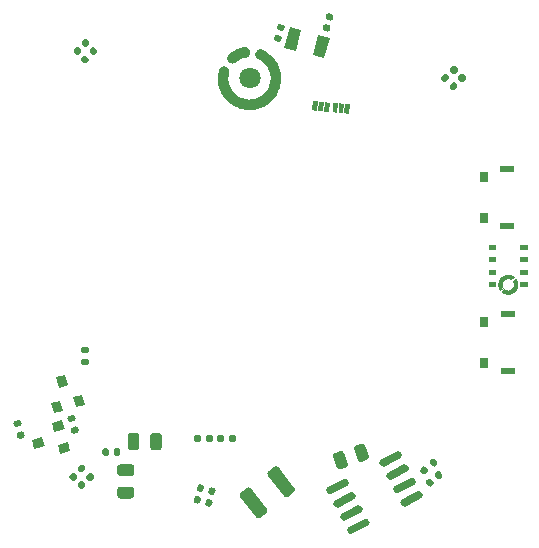
<source format=gtp>
G04 #@! TF.GenerationSoftware,KiCad,Pcbnew,5.1.7-a382d34a8~88~ubuntu18.04.1*
G04 #@! TF.CreationDate,2021-05-20T00:29:44+02:00*
G04 #@! TF.ProjectId,Emersense_V1,456d6572-7365-46e7-9365-5f56312e6b69,rev?*
G04 #@! TF.SameCoordinates,Original*
G04 #@! TF.FileFunction,Paste,Top*
G04 #@! TF.FilePolarity,Positive*
%FSLAX46Y46*%
G04 Gerber Fmt 4.6, Leading zero omitted, Abs format (unit mm)*
G04 Created by KiCad (PCBNEW 5.1.7-a382d34a8~88~ubuntu18.04.1) date 2021-05-20 00:29:44*
%MOMM*%
%LPD*%
G01*
G04 APERTURE LIST*
%ADD10C,0.010000*%
%ADD11R,1.200000X0.600000*%
%ADD12R,0.800000X0.900000*%
%ADD13C,0.100000*%
%ADD14C,1.800000*%
G04 APERTURE END LIST*
D10*
G36*
X151804000Y-95655000D02*
G01*
X151804000Y-95305000D01*
X152354000Y-95305000D01*
X152354000Y-95655000D01*
X151804000Y-95655000D01*
G37*
X151804000Y-95655000D02*
X151804000Y-95305000D01*
X152354000Y-95305000D01*
X152354000Y-95655000D01*
X151804000Y-95655000D01*
G36*
X151804000Y-96705000D02*
G01*
X151804000Y-96355000D01*
X152354000Y-96355000D01*
X152354000Y-96705000D01*
X151804000Y-96705000D01*
G37*
X151804000Y-96705000D02*
X151804000Y-96355000D01*
X152354000Y-96355000D01*
X152354000Y-96705000D01*
X151804000Y-96705000D01*
G36*
X149144000Y-95655000D02*
G01*
X149144000Y-95305000D01*
X149694000Y-95305000D01*
X149694000Y-95655000D01*
X149144000Y-95655000D01*
G37*
X149144000Y-95655000D02*
X149144000Y-95305000D01*
X149694000Y-95305000D01*
X149694000Y-95655000D01*
X149144000Y-95655000D01*
G36*
X149144000Y-96705000D02*
G01*
X149144000Y-96355000D01*
X149694000Y-96355000D01*
X149694000Y-96705000D01*
X149144000Y-96705000D01*
G37*
X149144000Y-96705000D02*
X149144000Y-96355000D01*
X149694000Y-96355000D01*
X149694000Y-96705000D01*
X149144000Y-96705000D01*
G36*
X151804000Y-93555000D02*
G01*
X151804000Y-93205000D01*
X152354000Y-93205000D01*
X152354000Y-93555000D01*
X151804000Y-93555000D01*
G37*
X151804000Y-93555000D02*
X151804000Y-93205000D01*
X152354000Y-93205000D01*
X152354000Y-93555000D01*
X151804000Y-93555000D01*
G36*
X151804000Y-94605000D02*
G01*
X151804000Y-94255000D01*
X152354000Y-94255000D01*
X152354000Y-94605000D01*
X151804000Y-94605000D01*
G37*
X151804000Y-94605000D02*
X151804000Y-94255000D01*
X152354000Y-94255000D01*
X152354000Y-94605000D01*
X151804000Y-94605000D01*
G36*
X149144000Y-93555000D02*
G01*
X149144000Y-93205000D01*
X149694000Y-93205000D01*
X149694000Y-93555000D01*
X149144000Y-93555000D01*
G37*
X149144000Y-93555000D02*
X149144000Y-93205000D01*
X149694000Y-93205000D01*
X149694000Y-93555000D01*
X149144000Y-93555000D01*
G36*
X150377772Y-96168772D02*
G01*
X150357875Y-96189437D01*
X150342008Y-96207690D01*
X150327007Y-96226662D01*
X150312906Y-96246310D01*
X150299733Y-96266594D01*
X150287519Y-96287468D01*
X150276289Y-96308888D01*
X150266068Y-96330807D01*
X150256878Y-96353178D01*
X150248738Y-96375953D01*
X150241667Y-96399081D01*
X150235680Y-96422514D01*
X150230789Y-96446199D01*
X150227006Y-96470087D01*
X150224338Y-96494125D01*
X150222791Y-96518260D01*
X150222369Y-96542442D01*
X150223073Y-96566617D01*
X150224900Y-96590733D01*
X150227847Y-96614738D01*
X150231908Y-96638580D01*
X150237074Y-96662207D01*
X150243334Y-96685568D01*
X150250674Y-96708613D01*
X150259078Y-96731291D01*
X150268528Y-96753554D01*
X150279003Y-96775353D01*
X150290481Y-96796641D01*
X150302938Y-96817371D01*
X150313778Y-96833800D01*
X150116991Y-97030590D01*
X150094789Y-97000662D01*
X150073311Y-96968639D01*
X150053403Y-96935616D01*
X150035113Y-96901671D01*
X150018482Y-96866883D01*
X150003550Y-96831332D01*
X149990352Y-96795102D01*
X149978917Y-96758277D01*
X149969274Y-96720943D01*
X149961443Y-96683187D01*
X149955445Y-96645098D01*
X149951291Y-96606763D01*
X149948993Y-96568272D01*
X149948556Y-96529715D01*
X149949980Y-96491182D01*
X149953263Y-96452763D01*
X149958396Y-96414547D01*
X149965367Y-96376623D01*
X149974161Y-96339080D01*
X149984757Y-96302005D01*
X149997131Y-96265485D01*
X150011252Y-96229605D01*
X150027089Y-96194448D01*
X150044605Y-96160097D01*
X150063758Y-96126631D01*
X150084504Y-96094128D01*
X150106795Y-96062665D01*
X150130579Y-96032314D01*
X150155800Y-96003147D01*
X150183316Y-95974316D01*
X150212147Y-95946800D01*
X150241315Y-95921579D01*
X150271665Y-95897795D01*
X150303128Y-95875504D01*
X150335631Y-95854758D01*
X150369097Y-95835605D01*
X150403448Y-95818089D01*
X150438605Y-95802252D01*
X150474485Y-95788131D01*
X150511006Y-95775757D01*
X150548080Y-95765161D01*
X150585623Y-95756367D01*
X150623547Y-95749395D01*
X150661763Y-95744262D01*
X150700183Y-95740980D01*
X150738716Y-95739556D01*
X150777272Y-95739993D01*
X150815763Y-95742291D01*
X150854098Y-95746444D01*
X150892188Y-95752443D01*
X150929944Y-95760274D01*
X150967278Y-95769917D01*
X151004103Y-95781352D01*
X151040333Y-95794550D01*
X151075883Y-95809482D01*
X151110672Y-95826113D01*
X151144617Y-95844403D01*
X151177640Y-95864311D01*
X151209663Y-95885789D01*
X151239591Y-95907991D01*
X151042800Y-96104778D01*
X151026371Y-96093938D01*
X151005641Y-96081481D01*
X150984353Y-96070003D01*
X150962554Y-96059528D01*
X150940291Y-96050078D01*
X150917613Y-96041674D01*
X150894568Y-96034334D01*
X150871207Y-96028074D01*
X150847580Y-96022908D01*
X150823738Y-96018847D01*
X150799733Y-96015900D01*
X150775617Y-96014073D01*
X150751442Y-96013369D01*
X150727260Y-96013791D01*
X150703125Y-96015338D01*
X150679087Y-96018006D01*
X150655199Y-96021789D01*
X150631514Y-96026680D01*
X150608081Y-96032667D01*
X150584953Y-96039738D01*
X150562178Y-96047878D01*
X150539807Y-96057068D01*
X150517888Y-96067289D01*
X150496468Y-96078519D01*
X150475594Y-96090733D01*
X150455310Y-96103906D01*
X150435662Y-96118007D01*
X150416690Y-96133008D01*
X150398437Y-96148875D01*
X150377772Y-96168772D01*
G37*
X150377772Y-96168772D02*
X150357875Y-96189437D01*
X150342008Y-96207690D01*
X150327007Y-96226662D01*
X150312906Y-96246310D01*
X150299733Y-96266594D01*
X150287519Y-96287468D01*
X150276289Y-96308888D01*
X150266068Y-96330807D01*
X150256878Y-96353178D01*
X150248738Y-96375953D01*
X150241667Y-96399081D01*
X150235680Y-96422514D01*
X150230789Y-96446199D01*
X150227006Y-96470087D01*
X150224338Y-96494125D01*
X150222791Y-96518260D01*
X150222369Y-96542442D01*
X150223073Y-96566617D01*
X150224900Y-96590733D01*
X150227847Y-96614738D01*
X150231908Y-96638580D01*
X150237074Y-96662207D01*
X150243334Y-96685568D01*
X150250674Y-96708613D01*
X150259078Y-96731291D01*
X150268528Y-96753554D01*
X150279003Y-96775353D01*
X150290481Y-96796641D01*
X150302938Y-96817371D01*
X150313778Y-96833800D01*
X150116991Y-97030590D01*
X150094789Y-97000662D01*
X150073311Y-96968639D01*
X150053403Y-96935616D01*
X150035113Y-96901671D01*
X150018482Y-96866883D01*
X150003550Y-96831332D01*
X149990352Y-96795102D01*
X149978917Y-96758277D01*
X149969274Y-96720943D01*
X149961443Y-96683187D01*
X149955445Y-96645098D01*
X149951291Y-96606763D01*
X149948993Y-96568272D01*
X149948556Y-96529715D01*
X149949980Y-96491182D01*
X149953263Y-96452763D01*
X149958396Y-96414547D01*
X149965367Y-96376623D01*
X149974161Y-96339080D01*
X149984757Y-96302005D01*
X149997131Y-96265485D01*
X150011252Y-96229605D01*
X150027089Y-96194448D01*
X150044605Y-96160097D01*
X150063758Y-96126631D01*
X150084504Y-96094128D01*
X150106795Y-96062665D01*
X150130579Y-96032314D01*
X150155800Y-96003147D01*
X150183316Y-95974316D01*
X150212147Y-95946800D01*
X150241315Y-95921579D01*
X150271665Y-95897795D01*
X150303128Y-95875504D01*
X150335631Y-95854758D01*
X150369097Y-95835605D01*
X150403448Y-95818089D01*
X150438605Y-95802252D01*
X150474485Y-95788131D01*
X150511006Y-95775757D01*
X150548080Y-95765161D01*
X150585623Y-95756367D01*
X150623547Y-95749395D01*
X150661763Y-95744262D01*
X150700183Y-95740980D01*
X150738716Y-95739556D01*
X150777272Y-95739993D01*
X150815763Y-95742291D01*
X150854098Y-95746444D01*
X150892188Y-95752443D01*
X150929944Y-95760274D01*
X150967278Y-95769917D01*
X151004103Y-95781352D01*
X151040333Y-95794550D01*
X151075883Y-95809482D01*
X151110672Y-95826113D01*
X151144617Y-95844403D01*
X151177640Y-95864311D01*
X151209663Y-95885789D01*
X151239591Y-95907991D01*
X151042800Y-96104778D01*
X151026371Y-96093938D01*
X151005641Y-96081481D01*
X150984353Y-96070003D01*
X150962554Y-96059528D01*
X150940291Y-96050078D01*
X150917613Y-96041674D01*
X150894568Y-96034334D01*
X150871207Y-96028074D01*
X150847580Y-96022908D01*
X150823738Y-96018847D01*
X150799733Y-96015900D01*
X150775617Y-96014073D01*
X150751442Y-96013369D01*
X150727260Y-96013791D01*
X150703125Y-96015338D01*
X150679087Y-96018006D01*
X150655199Y-96021789D01*
X150631514Y-96026680D01*
X150608081Y-96032667D01*
X150584953Y-96039738D01*
X150562178Y-96047878D01*
X150539807Y-96057068D01*
X150517888Y-96067289D01*
X150496468Y-96078519D01*
X150475594Y-96090733D01*
X150455310Y-96103906D01*
X150435662Y-96118007D01*
X150416690Y-96133008D01*
X150398437Y-96148875D01*
X150377772Y-96168772D01*
G36*
X149144000Y-94605000D02*
G01*
X149144000Y-94255000D01*
X149694000Y-94255000D01*
X149694000Y-94605000D01*
X149144000Y-94605000D01*
G37*
X149144000Y-94605000D02*
X149144000Y-94255000D01*
X149694000Y-94255000D01*
X149694000Y-94605000D01*
X149144000Y-94605000D01*
G36*
X151120228Y-96911230D02*
G01*
X151140125Y-96890565D01*
X151155992Y-96872312D01*
X151170993Y-96853340D01*
X151185094Y-96833692D01*
X151198267Y-96813408D01*
X151210481Y-96792534D01*
X151221711Y-96771114D01*
X151231932Y-96749194D01*
X151241122Y-96726823D01*
X151249262Y-96704049D01*
X151256333Y-96680920D01*
X151262320Y-96657488D01*
X151267211Y-96633802D01*
X151270995Y-96609914D01*
X151273662Y-96585877D01*
X151275209Y-96561741D01*
X151275631Y-96537559D01*
X151274928Y-96513384D01*
X151273100Y-96489268D01*
X151270153Y-96465263D01*
X151266092Y-96441421D01*
X151260926Y-96417794D01*
X151254666Y-96394432D01*
X151247327Y-96371388D01*
X151238923Y-96348709D01*
X151229473Y-96326447D01*
X151218997Y-96304648D01*
X151207519Y-96283360D01*
X151195062Y-96262629D01*
X151184222Y-96246200D01*
X151381009Y-96049409D01*
X151403211Y-96079336D01*
X151424689Y-96111360D01*
X151444597Y-96144382D01*
X151462887Y-96178328D01*
X151479517Y-96213116D01*
X151494449Y-96248667D01*
X151507648Y-96284896D01*
X151519082Y-96321721D01*
X151528726Y-96359055D01*
X151536556Y-96396811D01*
X151542555Y-96434900D01*
X151546708Y-96473235D01*
X151549006Y-96511726D01*
X151549443Y-96550282D01*
X151548019Y-96588815D01*
X151544737Y-96627234D01*
X151539604Y-96665450D01*
X151532632Y-96703374D01*
X151523838Y-96740917D01*
X151513242Y-96777992D01*
X151500869Y-96814512D01*
X151486747Y-96850392D01*
X151470910Y-96885548D01*
X151453395Y-96919900D01*
X151434242Y-96953366D01*
X151413496Y-96985868D01*
X151391205Y-97017331D01*
X151367421Y-97047682D01*
X151342200Y-97076849D01*
X151314684Y-97105680D01*
X151285850Y-97133199D01*
X151256683Y-97158420D01*
X151226332Y-97182204D01*
X151194869Y-97204495D01*
X151162367Y-97225241D01*
X151128901Y-97244394D01*
X151094549Y-97261910D01*
X151059392Y-97277747D01*
X151023512Y-97291868D01*
X150986992Y-97304241D01*
X150949917Y-97314837D01*
X150912374Y-97323632D01*
X150874450Y-97330603D01*
X150836234Y-97335736D01*
X150797815Y-97339019D01*
X150759282Y-97340443D01*
X150720725Y-97340006D01*
X150682234Y-97337708D01*
X150643899Y-97333554D01*
X150605809Y-97327556D01*
X150568053Y-97319725D01*
X150530719Y-97310082D01*
X150493895Y-97298647D01*
X150457664Y-97285449D01*
X150422114Y-97270517D01*
X150387325Y-97253886D01*
X150353380Y-97235596D01*
X150320357Y-97215688D01*
X150288334Y-97194210D01*
X150258409Y-97172010D01*
X150455200Y-96975220D01*
X150471631Y-96986062D01*
X150492362Y-96998518D01*
X150513650Y-97009997D01*
X150535449Y-97020472D01*
X150557711Y-97029922D01*
X150580390Y-97038326D01*
X150603434Y-97045666D01*
X150626795Y-97051925D01*
X150650422Y-97057091D01*
X150674264Y-97061152D01*
X150698269Y-97064100D01*
X150722385Y-97065927D01*
X150746560Y-97066631D01*
X150770742Y-97066209D01*
X150794878Y-97064662D01*
X150818915Y-97061994D01*
X150842803Y-97058210D01*
X150866488Y-97053320D01*
X150889921Y-97047332D01*
X150913049Y-97040261D01*
X150935824Y-97032122D01*
X150958195Y-97022932D01*
X150980114Y-97012710D01*
X151001534Y-97001481D01*
X151022408Y-96989266D01*
X151042692Y-96976094D01*
X151062341Y-96961992D01*
X151081312Y-96946992D01*
X151099565Y-96931125D01*
X151120228Y-96911230D01*
G37*
X151120228Y-96911230D02*
X151140125Y-96890565D01*
X151155992Y-96872312D01*
X151170993Y-96853340D01*
X151185094Y-96833692D01*
X151198267Y-96813408D01*
X151210481Y-96792534D01*
X151221711Y-96771114D01*
X151231932Y-96749194D01*
X151241122Y-96726823D01*
X151249262Y-96704049D01*
X151256333Y-96680920D01*
X151262320Y-96657488D01*
X151267211Y-96633802D01*
X151270995Y-96609914D01*
X151273662Y-96585877D01*
X151275209Y-96561741D01*
X151275631Y-96537559D01*
X151274928Y-96513384D01*
X151273100Y-96489268D01*
X151270153Y-96465263D01*
X151266092Y-96441421D01*
X151260926Y-96417794D01*
X151254666Y-96394432D01*
X151247327Y-96371388D01*
X151238923Y-96348709D01*
X151229473Y-96326447D01*
X151218997Y-96304648D01*
X151207519Y-96283360D01*
X151195062Y-96262629D01*
X151184222Y-96246200D01*
X151381009Y-96049409D01*
X151403211Y-96079336D01*
X151424689Y-96111360D01*
X151444597Y-96144382D01*
X151462887Y-96178328D01*
X151479517Y-96213116D01*
X151494449Y-96248667D01*
X151507648Y-96284896D01*
X151519082Y-96321721D01*
X151528726Y-96359055D01*
X151536556Y-96396811D01*
X151542555Y-96434900D01*
X151546708Y-96473235D01*
X151549006Y-96511726D01*
X151549443Y-96550282D01*
X151548019Y-96588815D01*
X151544737Y-96627234D01*
X151539604Y-96665450D01*
X151532632Y-96703374D01*
X151523838Y-96740917D01*
X151513242Y-96777992D01*
X151500869Y-96814512D01*
X151486747Y-96850392D01*
X151470910Y-96885548D01*
X151453395Y-96919900D01*
X151434242Y-96953366D01*
X151413496Y-96985868D01*
X151391205Y-97017331D01*
X151367421Y-97047682D01*
X151342200Y-97076849D01*
X151314684Y-97105680D01*
X151285850Y-97133199D01*
X151256683Y-97158420D01*
X151226332Y-97182204D01*
X151194869Y-97204495D01*
X151162367Y-97225241D01*
X151128901Y-97244394D01*
X151094549Y-97261910D01*
X151059392Y-97277747D01*
X151023512Y-97291868D01*
X150986992Y-97304241D01*
X150949917Y-97314837D01*
X150912374Y-97323632D01*
X150874450Y-97330603D01*
X150836234Y-97335736D01*
X150797815Y-97339019D01*
X150759282Y-97340443D01*
X150720725Y-97340006D01*
X150682234Y-97337708D01*
X150643899Y-97333554D01*
X150605809Y-97327556D01*
X150568053Y-97319725D01*
X150530719Y-97310082D01*
X150493895Y-97298647D01*
X150457664Y-97285449D01*
X150422114Y-97270517D01*
X150387325Y-97253886D01*
X150353380Y-97235596D01*
X150320357Y-97215688D01*
X150288334Y-97194210D01*
X150258409Y-97172010D01*
X150455200Y-96975220D01*
X150471631Y-96986062D01*
X150492362Y-96998518D01*
X150513650Y-97009997D01*
X150535449Y-97020472D01*
X150557711Y-97029922D01*
X150580390Y-97038326D01*
X150603434Y-97045666D01*
X150626795Y-97051925D01*
X150650422Y-97057091D01*
X150674264Y-97061152D01*
X150698269Y-97064100D01*
X150722385Y-97065927D01*
X150746560Y-97066631D01*
X150770742Y-97066209D01*
X150794878Y-97064662D01*
X150818915Y-97061994D01*
X150842803Y-97058210D01*
X150866488Y-97053320D01*
X150889921Y-97047332D01*
X150913049Y-97040261D01*
X150935824Y-97032122D01*
X150958195Y-97022932D01*
X150980114Y-97012710D01*
X151001534Y-97001481D01*
X151022408Y-96989266D01*
X151042692Y-96976094D01*
X151062341Y-96961992D01*
X151081312Y-96946992D01*
X151099565Y-96931125D01*
X151120228Y-96911230D01*
G36*
G01*
X124738700Y-109390600D02*
X124738700Y-109760600D01*
G75*
G02*
X124603700Y-109895600I-135000J0D01*
G01*
X124333700Y-109895600D01*
G75*
G02*
X124198700Y-109760600I0J135000D01*
G01*
X124198700Y-109390600D01*
G75*
G02*
X124333700Y-109255600I135000J0D01*
G01*
X124603700Y-109255600D01*
G75*
G02*
X124738700Y-109390600I0J-135000D01*
G01*
G37*
G36*
G01*
X125758700Y-109390600D02*
X125758700Y-109760600D01*
G75*
G02*
X125623700Y-109895600I-135000J0D01*
G01*
X125353700Y-109895600D01*
G75*
G02*
X125218700Y-109760600I0J135000D01*
G01*
X125218700Y-109390600D01*
G75*
G02*
X125353700Y-109255600I135000J0D01*
G01*
X125623700Y-109255600D01*
G75*
G02*
X125758700Y-109390600I0J-135000D01*
G01*
G37*
G36*
G01*
X126683800Y-109390600D02*
X126683800Y-109760600D01*
G75*
G02*
X126548800Y-109895600I-135000J0D01*
G01*
X126278800Y-109895600D01*
G75*
G02*
X126143800Y-109760600I0J135000D01*
G01*
X126143800Y-109390600D01*
G75*
G02*
X126278800Y-109255600I135000J0D01*
G01*
X126548800Y-109255600D01*
G75*
G02*
X126683800Y-109390600I0J-135000D01*
G01*
G37*
G36*
G01*
X127703800Y-109390600D02*
X127703800Y-109760600D01*
G75*
G02*
X127568800Y-109895600I-135000J0D01*
G01*
X127298800Y-109895600D01*
G75*
G02*
X127163800Y-109760600I0J135000D01*
G01*
X127163800Y-109390600D01*
G75*
G02*
X127298800Y-109255600I135000J0D01*
G01*
X127568800Y-109255600D01*
G75*
G02*
X127703800Y-109390600I0J-135000D01*
G01*
G37*
G36*
G01*
X114226033Y-77127519D02*
X113982081Y-76883567D01*
G75*
G02*
X113982081Y-76674971I104298J104298D01*
G01*
X114190677Y-76466375D01*
G75*
G02*
X114399273Y-76466375I104298J-104298D01*
G01*
X114643225Y-76710327D01*
G75*
G02*
X114643225Y-76918923I-104298J-104298D01*
G01*
X114434629Y-77127519D01*
G75*
G02*
X114226033Y-77127519I-104298J104298D01*
G01*
G37*
G36*
G01*
X114911927Y-76441625D02*
X114667975Y-76197673D01*
G75*
G02*
X114667975Y-75989077I104298J104298D01*
G01*
X114876571Y-75780481D01*
G75*
G02*
X115085167Y-75780481I104298J-104298D01*
G01*
X115329119Y-76024433D01*
G75*
G02*
X115329119Y-76233029I-104298J-104298D01*
G01*
X115120523Y-76441625D01*
G75*
G02*
X114911927Y-76441625I-104298J104298D01*
G01*
G37*
G36*
G01*
X147193372Y-79131420D02*
X146949420Y-79375372D01*
G75*
G02*
X146740824Y-79375372I-104298J104298D01*
G01*
X146532228Y-79166776D01*
G75*
G02*
X146532228Y-78958180I104298J104298D01*
G01*
X146776180Y-78714228D01*
G75*
G02*
X146984776Y-78714228I104298J-104298D01*
G01*
X147193372Y-78922824D01*
G75*
G02*
X147193372Y-79131420I-104298J-104298D01*
G01*
G37*
G36*
G01*
X146507478Y-78445526D02*
X146263526Y-78689478D01*
G75*
G02*
X146054930Y-78689478I-104298J104298D01*
G01*
X145846334Y-78480882D01*
G75*
G02*
X145846334Y-78272286I104298J104298D01*
G01*
X146090286Y-78028334D01*
G75*
G02*
X146298882Y-78028334I104298J-104298D01*
G01*
X146507478Y-78236930D01*
G75*
G02*
X146507478Y-78445526I-104298J-104298D01*
G01*
G37*
G36*
G01*
X144996703Y-112378035D02*
X145218464Y-112642320D01*
G75*
G02*
X145200283Y-112850123I-112992J-94811D01*
G01*
X144974300Y-113039746D01*
G75*
G02*
X144766497Y-113021565I-94811J112992D01*
G01*
X144544736Y-112757280D01*
G75*
G02*
X144562917Y-112549477I112992J94811D01*
G01*
X144788900Y-112359854D01*
G75*
G02*
X144996703Y-112378035I94811J-112992D01*
G01*
G37*
G36*
G01*
X144253639Y-113001539D02*
X144475400Y-113265824D01*
G75*
G02*
X144457219Y-113473627I-112992J-94811D01*
G01*
X144231236Y-113663250D01*
G75*
G02*
X144023433Y-113645069I-94811J112992D01*
G01*
X143801672Y-113380784D01*
G75*
G02*
X143819853Y-113172981I112992J94811D01*
G01*
X144045836Y-112983358D01*
G75*
G02*
X144253639Y-113001539I94811J-112992D01*
G01*
G37*
G36*
G01*
X113639134Y-112740086D02*
X113883086Y-112496134D01*
G75*
G02*
X114091682Y-112496134I104298J-104298D01*
G01*
X114300278Y-112704730D01*
G75*
G02*
X114300278Y-112913326I-104298J-104298D01*
G01*
X114056326Y-113157278D01*
G75*
G02*
X113847730Y-113157278I-104298J104298D01*
G01*
X113639134Y-112948682D01*
G75*
G02*
X113639134Y-112740086I104298J104298D01*
G01*
G37*
G36*
G01*
X114325028Y-113425980D02*
X114568980Y-113182028D01*
G75*
G02*
X114777576Y-113182028I104298J-104298D01*
G01*
X114986172Y-113390624D01*
G75*
G02*
X114986172Y-113599220I-104298J-104298D01*
G01*
X114742220Y-113843172D01*
G75*
G02*
X114533624Y-113843172I-104298J104298D01*
G01*
X114325028Y-113634576D01*
G75*
G02*
X114325028Y-113425980I104298J104298D01*
G01*
G37*
D11*
X150723600Y-86766400D03*
X150723600Y-91592400D03*
D12*
X148722080Y-87442040D03*
X148722080Y-90896440D03*
D13*
G36*
X128674197Y-76493182D02*
G01*
X128713645Y-76512593D01*
X128751011Y-76535760D01*
X128785936Y-76562463D01*
X128818090Y-76592448D01*
X128847165Y-76625427D01*
X128872882Y-76661085D01*
X128894997Y-76699082D01*
X128913297Y-76739056D01*
X128927611Y-76780627D01*
X128937800Y-76823395D01*
X128943767Y-76866954D01*
X128945454Y-76910885D01*
X128942846Y-76954773D01*
X128935968Y-76998196D01*
X128924886Y-77040742D01*
X128909705Y-77082002D01*
X128890570Y-77121584D01*
X128867663Y-77159110D01*
X128841204Y-77194222D01*
X128811445Y-77226584D01*
X128778670Y-77255887D01*
X128743192Y-77281854D01*
X128705350Y-77304233D01*
X128665504Y-77322813D01*
X128624035Y-77337416D01*
X128581340Y-77347903D01*
X128519411Y-77359940D01*
X128343985Y-77406291D01*
X128180564Y-77467066D01*
X128023853Y-77543499D01*
X127875337Y-77634866D01*
X127718928Y-77753588D01*
X127713897Y-77757351D01*
X127677278Y-77781681D01*
X127638459Y-77802321D01*
X127597812Y-77819075D01*
X127555724Y-77831782D01*
X127512596Y-77840322D01*
X127468841Y-77844611D01*
X127424877Y-77844612D01*
X127381121Y-77840322D01*
X127337994Y-77831782D01*
X127295905Y-77819075D01*
X127255258Y-77802321D01*
X127216439Y-77781682D01*
X127179821Y-77757351D01*
X127145751Y-77729565D01*
X127114554Y-77698586D01*
X127086529Y-77664709D01*
X127061944Y-77628261D01*
X127041033Y-77589588D01*
X127023997Y-77549058D01*
X127010996Y-77507059D01*
X127002156Y-77463992D01*
X126997560Y-77420269D01*
X126997253Y-77376304D01*
X127001238Y-77332521D01*
X127009477Y-77289335D01*
X127021889Y-77247159D01*
X127038359Y-77206396D01*
X127058727Y-77167433D01*
X127082801Y-77130645D01*
X127110350Y-77096381D01*
X127141110Y-77064971D01*
X127174789Y-77036710D01*
X127348733Y-76904679D01*
X127353765Y-76900916D01*
X127369460Y-76890487D01*
X127385009Y-76879840D01*
X127571008Y-76765414D01*
X127576383Y-76762159D01*
X127593029Y-76753308D01*
X127609535Y-76744234D01*
X127805813Y-76648503D01*
X127811480Y-76645788D01*
X127828940Y-76638591D01*
X127846221Y-76631184D01*
X128050903Y-76555064D01*
X128056807Y-76552915D01*
X128074871Y-76547461D01*
X128092809Y-76541770D01*
X128303942Y-76485987D01*
X128310027Y-76484424D01*
X128321584Y-76482135D01*
X128333032Y-76479323D01*
X128409617Y-76464437D01*
X128415793Y-76463282D01*
X128459392Y-76457619D01*
X128503335Y-76456239D01*
X128547202Y-76459152D01*
X128590577Y-76466333D01*
X128633044Y-76477713D01*
X128674197Y-76493182D01*
G37*
D14*
X128883616Y-79107412D03*
D13*
G36*
X130038125Y-76683571D02*
G01*
X130231299Y-76785419D01*
X130236836Y-76788389D01*
X130252916Y-76798204D01*
X130269143Y-76807801D01*
X130451454Y-76928013D01*
X130456675Y-76931509D01*
X130471734Y-76942857D01*
X130486930Y-76953979D01*
X130656639Y-77091406D01*
X130656644Y-77091410D01*
X130656650Y-77091415D01*
X130661498Y-77095397D01*
X130675360Y-77108143D01*
X130689418Y-77120713D01*
X130844909Y-77274048D01*
X130849352Y-77278492D01*
X130861908Y-77292535D01*
X130874667Y-77306410D01*
X131014453Y-77474185D01*
X131018440Y-77479041D01*
X131029581Y-77494263D01*
X131040911Y-77509297D01*
X131163658Y-77689914D01*
X131167153Y-77695135D01*
X131176753Y-77711368D01*
X131186564Y-77727440D01*
X131291100Y-77919172D01*
X131294069Y-77924710D01*
X131302044Y-77941812D01*
X131310236Y-77958756D01*
X131395562Y-78159775D01*
X131397977Y-78165575D01*
X131404236Y-78183348D01*
X131410743Y-78201034D01*
X131476046Y-78409418D01*
X131477883Y-78415427D01*
X131482392Y-78433779D01*
X131487128Y-78451962D01*
X131531786Y-78665726D01*
X131533028Y-78671885D01*
X131535720Y-78690560D01*
X131538664Y-78709151D01*
X131562248Y-78926252D01*
X131562883Y-78932503D01*
X131563740Y-78951356D01*
X131564856Y-78970139D01*
X131567143Y-79188504D01*
X131567164Y-79194787D01*
X131566177Y-79213633D01*
X131565455Y-79232435D01*
X131546422Y-79449982D01*
X131545831Y-79456237D01*
X131543005Y-79474925D01*
X131540455Y-79493541D01*
X131500284Y-79708193D01*
X131499086Y-79714360D01*
X131494457Y-79732655D01*
X131490096Y-79750963D01*
X131429170Y-79960669D01*
X131427374Y-79966690D01*
X131420987Y-79984432D01*
X131414857Y-80002237D01*
X131333758Y-80204998D01*
X131331384Y-80210816D01*
X131323290Y-80227862D01*
X131315456Y-80244973D01*
X131214959Y-80438852D01*
X131212028Y-80444410D01*
X131202303Y-80460596D01*
X131192843Y-80476850D01*
X131073905Y-80659997D01*
X131070447Y-80665243D01*
X131059214Y-80680368D01*
X131048189Y-80695655D01*
X130911947Y-80866322D01*
X130907992Y-80871205D01*
X130895293Y-80885211D01*
X130882872Y-80899300D01*
X130730627Y-81055858D01*
X130726216Y-81060332D01*
X130712256Y-81072989D01*
X130698474Y-81085842D01*
X130531678Y-81226796D01*
X130526850Y-81230817D01*
X130511712Y-81242061D01*
X130496751Y-81253499D01*
X130316997Y-81377503D01*
X130311799Y-81381035D01*
X130295655Y-81390736D01*
X130279630Y-81400671D01*
X130088632Y-81506543D01*
X130083116Y-81509551D01*
X130066068Y-81517645D01*
X130049185Y-81525954D01*
X129848766Y-81612681D01*
X129842983Y-81615136D01*
X129825244Y-81621523D01*
X129807615Y-81628149D01*
X129599689Y-81694908D01*
X129593694Y-81696786D01*
X129575385Y-81701419D01*
X129557222Y-81706286D01*
X129343776Y-81752434D01*
X129337626Y-81753719D01*
X129318980Y-81756540D01*
X129300404Y-81759615D01*
X129083473Y-81784715D01*
X129077227Y-81785394D01*
X129058382Y-81786381D01*
X129039602Y-81787629D01*
X128821257Y-81791440D01*
X128814975Y-81791505D01*
X128796156Y-81790651D01*
X128777316Y-81790059D01*
X128559642Y-81772546D01*
X128553383Y-81771998D01*
X128534697Y-81769305D01*
X128516043Y-81766882D01*
X128301116Y-81728212D01*
X128294941Y-81727056D01*
X128276639Y-81722560D01*
X128258276Y-81718321D01*
X128048149Y-81658861D01*
X128042116Y-81657108D01*
X128024319Y-81650841D01*
X128006483Y-81644838D01*
X127803160Y-81565158D01*
X127797327Y-81562824D01*
X127780243Y-81554857D01*
X127763058Y-81547135D01*
X127568482Y-81447993D01*
X127562904Y-81445101D01*
X127546691Y-81435512D01*
X127530332Y-81426144D01*
X127346360Y-81308490D01*
X127341090Y-81305067D01*
X127325892Y-81293944D01*
X127310520Y-81283020D01*
X127138908Y-81147972D01*
X127133997Y-81144053D01*
X127119922Y-81131468D01*
X127105728Y-81119130D01*
X126948112Y-80967982D01*
X126943607Y-80963601D01*
X126930857Y-80949735D01*
X126917903Y-80936037D01*
X126775789Y-80770229D01*
X126771733Y-80765429D01*
X126760361Y-80750339D01*
X126748844Y-80735491D01*
X126623586Y-80556606D01*
X126620019Y-80551434D01*
X126610205Y-80535358D01*
X126600158Y-80519403D01*
X126492955Y-80329149D01*
X126489909Y-80323652D01*
X126481697Y-80306665D01*
X126473271Y-80289838D01*
X126385145Y-80090032D01*
X126382650Y-80084266D01*
X126376150Y-80066598D01*
X126369388Y-80048986D01*
X126301181Y-79841533D01*
X126299261Y-79835551D01*
X126294508Y-79817305D01*
X126289506Y-79799146D01*
X126241869Y-79586027D01*
X126240542Y-79579886D01*
X126237593Y-79561271D01*
X126234386Y-79542705D01*
X126207772Y-79325954D01*
X126207050Y-79319713D01*
X126205932Y-79300892D01*
X126204552Y-79282108D01*
X126199217Y-79063795D01*
X126199107Y-79057513D01*
X126199832Y-79038642D01*
X126200291Y-79019843D01*
X126216285Y-78802052D01*
X126216789Y-78795789D01*
X126219349Y-78777100D01*
X126221643Y-78758413D01*
X126258814Y-78543222D01*
X126259927Y-78537039D01*
X126262837Y-78524821D01*
X126265236Y-78512477D01*
X126287568Y-78421559D01*
X126289109Y-78415468D01*
X126302256Y-78373514D01*
X126319435Y-78333045D01*
X126340480Y-78294445D01*
X126365192Y-78258083D01*
X126393334Y-78224305D01*
X126424638Y-78193435D01*
X126458805Y-78165768D01*
X126495509Y-78141565D01*
X126534400Y-78121061D01*
X126575107Y-78104449D01*
X126617238Y-78091889D01*
X126660395Y-78083499D01*
X126704165Y-78079363D01*
X126748129Y-78079516D01*
X126791869Y-78083959D01*
X126834967Y-78092649D01*
X126877010Y-78105503D01*
X126917599Y-78122398D01*
X126956345Y-78143174D01*
X126992880Y-78167631D01*
X127026852Y-78195537D01*
X127057941Y-78226624D01*
X127085846Y-78260597D01*
X127110303Y-78297133D01*
X127131079Y-78335878D01*
X127147975Y-78376467D01*
X127160828Y-78418511D01*
X127169520Y-78461608D01*
X127173961Y-78505348D01*
X127174115Y-78549313D01*
X127169977Y-78593082D01*
X127161589Y-78636239D01*
X127143004Y-78711901D01*
X127112256Y-78889914D01*
X127099486Y-79063806D01*
X127103746Y-79238112D01*
X127124996Y-79411181D01*
X127163030Y-79581335D01*
X127217489Y-79746978D01*
X127287852Y-79906509D01*
X127373447Y-80058415D01*
X127473457Y-80201245D01*
X127586925Y-80333631D01*
X127712772Y-80454313D01*
X127849793Y-80562139D01*
X127996683Y-80656078D01*
X128152041Y-80735237D01*
X128314380Y-80798856D01*
X128482154Y-80846333D01*
X128653759Y-80877209D01*
X128827558Y-80891192D01*
X129001891Y-80888150D01*
X129175097Y-80868109D01*
X129345513Y-80831265D01*
X129511540Y-80777959D01*
X129671554Y-80708715D01*
X129824052Y-80624184D01*
X129967573Y-80525176D01*
X130100754Y-80412628D01*
X130222305Y-80287634D01*
X130331093Y-80151358D01*
X130426052Y-80005135D01*
X130506294Y-79850333D01*
X130571045Y-79688443D01*
X130619693Y-79520997D01*
X130651765Y-79349621D01*
X130666961Y-79175923D01*
X130665135Y-79001575D01*
X130646304Y-78828227D01*
X130610650Y-78657557D01*
X130558506Y-78491167D01*
X130490381Y-78330672D01*
X130406918Y-78177591D01*
X130308910Y-78033377D01*
X130197298Y-77899416D01*
X130073153Y-77776991D01*
X129937652Y-77667264D01*
X129792085Y-77571280D01*
X129618379Y-77479695D01*
X129612842Y-77476725D01*
X129575314Y-77453820D01*
X129540204Y-77427361D01*
X129507841Y-77397602D01*
X129478536Y-77364828D01*
X129452571Y-77329350D01*
X129430190Y-77291508D01*
X129411611Y-77251663D01*
X129397006Y-77210194D01*
X129386520Y-77167498D01*
X129380249Y-77123982D01*
X129378255Y-77080062D01*
X129380556Y-77036159D01*
X129387130Y-76992688D01*
X129397915Y-76950067D01*
X129412807Y-76908701D01*
X129431666Y-76868985D01*
X129454308Y-76831300D01*
X129480521Y-76796005D01*
X129510053Y-76763435D01*
X129542623Y-76733904D01*
X129577918Y-76707690D01*
X129615603Y-76685047D01*
X129655318Y-76666189D01*
X129696684Y-76651296D01*
X129739305Y-76640512D01*
X129782777Y-76633936D01*
X129826680Y-76631636D01*
X129870600Y-76633630D01*
X129914116Y-76639900D01*
X129956812Y-76650388D01*
X129998280Y-76664991D01*
X130038125Y-76683571D01*
G37*
G36*
G01*
X121465000Y-109380000D02*
X121465000Y-110330000D01*
G75*
G02*
X121215000Y-110580000I-250000J0D01*
G01*
X120715000Y-110580000D01*
G75*
G02*
X120465000Y-110330000I0J250000D01*
G01*
X120465000Y-109380000D01*
G75*
G02*
X120715000Y-109130000I250000J0D01*
G01*
X121215000Y-109130000D01*
G75*
G02*
X121465000Y-109380000I0J-250000D01*
G01*
G37*
G36*
G01*
X119565000Y-109380000D02*
X119565000Y-110330000D01*
G75*
G02*
X119315000Y-110580000I-250000J0D01*
G01*
X118815000Y-110580000D01*
G75*
G02*
X118565000Y-110330000I0J250000D01*
G01*
X118565000Y-109380000D01*
G75*
G02*
X118815000Y-109130000I250000J0D01*
G01*
X119315000Y-109130000D01*
G75*
G02*
X119565000Y-109380000I0J-250000D01*
G01*
G37*
G36*
G01*
X135532332Y-114258287D02*
X135382264Y-113970008D01*
G75*
G02*
X135451369Y-113750835I144139J75034D01*
G01*
X136914937Y-112988950D01*
G75*
G02*
X137134110Y-113058055I75034J-144139D01*
G01*
X137284178Y-113346334D01*
G75*
G02*
X137215073Y-113565507I-144139J-75034D01*
G01*
X135751505Y-114327392D01*
G75*
G02*
X135532332Y-114258287I-75034J144139D01*
G01*
G37*
G36*
G01*
X136118753Y-115384791D02*
X135968685Y-115096512D01*
G75*
G02*
X136037790Y-114877339I144139J75034D01*
G01*
X137501358Y-114115454D01*
G75*
G02*
X137720531Y-114184559I75034J-144139D01*
G01*
X137870599Y-114472838D01*
G75*
G02*
X137801494Y-114692011I-144139J-75034D01*
G01*
X136337926Y-115453896D01*
G75*
G02*
X136118753Y-115384791I-75034J144139D01*
G01*
G37*
G36*
G01*
X136705173Y-116511295D02*
X136555105Y-116223016D01*
G75*
G02*
X136624210Y-116003843I144139J75034D01*
G01*
X138087778Y-115241958D01*
G75*
G02*
X138306951Y-115311063I75034J-144139D01*
G01*
X138457019Y-115599342D01*
G75*
G02*
X138387914Y-115818515I-144139J-75034D01*
G01*
X136924346Y-116580400D01*
G75*
G02*
X136705173Y-116511295I-75034J144139D01*
G01*
G37*
G36*
G01*
X137291594Y-117637799D02*
X137141526Y-117349520D01*
G75*
G02*
X137210631Y-117130347I144139J75034D01*
G01*
X138674199Y-116368462D01*
G75*
G02*
X138893372Y-116437567I75034J-144139D01*
G01*
X139043440Y-116725846D01*
G75*
G02*
X138974335Y-116945019I-144139J-75034D01*
G01*
X137510767Y-117706904D01*
G75*
G02*
X137291594Y-117637799I-75034J144139D01*
G01*
G37*
G36*
G01*
X141793174Y-115294425D02*
X141643106Y-115006146D01*
G75*
G02*
X141712211Y-114786973I144139J75034D01*
G01*
X143175779Y-114025088D01*
G75*
G02*
X143394952Y-114094193I75034J-144139D01*
G01*
X143545020Y-114382472D01*
G75*
G02*
X143475915Y-114601645I-144139J-75034D01*
G01*
X142012347Y-115363530D01*
G75*
G02*
X141793174Y-115294425I-75034J144139D01*
G01*
G37*
G36*
G01*
X141206753Y-114167921D02*
X141056685Y-113879642D01*
G75*
G02*
X141125790Y-113660469I144139J75034D01*
G01*
X142589358Y-112898584D01*
G75*
G02*
X142808531Y-112967689I75034J-144139D01*
G01*
X142958599Y-113255968D01*
G75*
G02*
X142889494Y-113475141I-144139J-75034D01*
G01*
X141425926Y-114237026D01*
G75*
G02*
X141206753Y-114167921I-75034J144139D01*
G01*
G37*
G36*
G01*
X140620333Y-113041417D02*
X140470265Y-112753138D01*
G75*
G02*
X140539370Y-112533965I144139J75034D01*
G01*
X142002938Y-111772080D01*
G75*
G02*
X142222111Y-111841185I75034J-144139D01*
G01*
X142372179Y-112129464D01*
G75*
G02*
X142303074Y-112348637I-144139J-75034D01*
G01*
X140839506Y-113110522D01*
G75*
G02*
X140620333Y-113041417I-75034J144139D01*
G01*
G37*
G36*
G01*
X140033912Y-111914913D02*
X139883844Y-111626634D01*
G75*
G02*
X139952949Y-111407461I144139J75034D01*
G01*
X141416517Y-110645576D01*
G75*
G02*
X141635690Y-110714681I75034J-144139D01*
G01*
X141785758Y-111002960D01*
G75*
G02*
X141716653Y-111222133I-144139J-75034D01*
G01*
X140253085Y-111984018D01*
G75*
G02*
X140033912Y-111914913I-75034J144139D01*
G01*
G37*
G36*
G01*
X129434164Y-116268251D02*
X128094887Y-114522872D01*
G75*
G02*
X128141035Y-114172344I198338J152190D01*
G01*
X128656716Y-113776647D01*
G75*
G02*
X129007244Y-113822795I152190J-198338D01*
G01*
X130346521Y-115568174D01*
G75*
G02*
X130300373Y-115918702I-198338J-152190D01*
G01*
X129784692Y-116314399D01*
G75*
G02*
X129434164Y-116268251I-152190J198338D01*
G01*
G37*
G36*
G01*
X131774556Y-114472405D02*
X130435279Y-112727026D01*
G75*
G02*
X130481427Y-112376498I198338J152190D01*
G01*
X130997108Y-111980801D01*
G75*
G02*
X131347636Y-112026949I152190J-198338D01*
G01*
X132686913Y-113772328D01*
G75*
G02*
X132640765Y-114122856I-198338J-152190D01*
G01*
X132125084Y-114518553D01*
G75*
G02*
X131774556Y-114472405I-152190J198338D01*
G01*
G37*
G36*
G01*
X136268413Y-112059864D02*
X135943494Y-111167156D01*
G75*
G02*
X136092912Y-110846728I234923J85505D01*
G01*
X136562759Y-110675718D01*
G75*
G02*
X136883187Y-110825136I85505J-234923D01*
G01*
X137208106Y-111717844D01*
G75*
G02*
X137058688Y-112038272I-234923J-85505D01*
G01*
X136588841Y-112209282D01*
G75*
G02*
X136268413Y-112059864I-85505J234923D01*
G01*
G37*
G36*
G01*
X138053829Y-111410026D02*
X137728910Y-110517318D01*
G75*
G02*
X137878328Y-110196890I234923J85505D01*
G01*
X138348175Y-110025880D01*
G75*
G02*
X138668603Y-110175298I85505J-234923D01*
G01*
X138993522Y-111068006D01*
G75*
G02*
X138844104Y-111388434I-234923J-85505D01*
G01*
X138374257Y-111559444D01*
G75*
G02*
X138053829Y-111410026I-85505J234923D01*
G01*
G37*
G36*
G01*
X126007926Y-113947181D02*
X125912162Y-114304574D01*
G75*
G02*
X125746821Y-114400033I-130400J34941D01*
G01*
X125486021Y-114330152D01*
G75*
G02*
X125390562Y-114164811I34941J130400D01*
G01*
X125486326Y-113807418D01*
G75*
G02*
X125651667Y-113711959I130400J-34941D01*
G01*
X125912467Y-113781840D01*
G75*
G02*
X126007926Y-113947181I-34941J-130400D01*
G01*
G37*
G36*
G01*
X125022682Y-113683185D02*
X124926918Y-114040578D01*
G75*
G02*
X124761577Y-114136037I-130400J34941D01*
G01*
X124500777Y-114066156D01*
G75*
G02*
X124405318Y-113900815I34941J130400D01*
G01*
X124501082Y-113543422D01*
G75*
G02*
X124666423Y-113447963I130400J-34941D01*
G01*
X124927223Y-113517844D01*
G75*
G02*
X125022682Y-113683185I-34941J-130400D01*
G01*
G37*
G36*
G01*
X125753926Y-114937781D02*
X125658162Y-115295174D01*
G75*
G02*
X125492821Y-115390633I-130400J34941D01*
G01*
X125232021Y-115320752D01*
G75*
G02*
X125136562Y-115155411I34941J130400D01*
G01*
X125232326Y-114798018D01*
G75*
G02*
X125397667Y-114702559I130400J-34941D01*
G01*
X125658467Y-114772440D01*
G75*
G02*
X125753926Y-114937781I-34941J-130400D01*
G01*
G37*
G36*
G01*
X124768682Y-114673785D02*
X124672918Y-115031178D01*
G75*
G02*
X124507577Y-115126637I-130400J34941D01*
G01*
X124246777Y-115056756D01*
G75*
G02*
X124151318Y-114891415I34941J130400D01*
G01*
X124247082Y-114534022D01*
G75*
G02*
X124412423Y-114438563I130400J-34941D01*
G01*
X124673223Y-114508444D01*
G75*
G02*
X124768682Y-114673785I-34941J-130400D01*
G01*
G37*
G36*
G01*
X115734584Y-76465028D02*
X115996213Y-76726657D01*
G75*
G02*
X115996213Y-76917575I-95459J-95459D01*
G01*
X115805294Y-77108494D01*
G75*
G02*
X115614376Y-77108494I-95459J95459D01*
G01*
X115352747Y-76846865D01*
G75*
G02*
X115352747Y-76655947I95459J95459D01*
G01*
X115543666Y-76465028D01*
G75*
G02*
X115734584Y-76465028I95459J-95459D01*
G01*
G37*
G36*
G01*
X115013336Y-77186276D02*
X115274965Y-77447905D01*
G75*
G02*
X115274965Y-77638823I-95459J-95459D01*
G01*
X115084046Y-77829742D01*
G75*
G02*
X114893128Y-77829742I-95459J95459D01*
G01*
X114631499Y-77568113D01*
G75*
G02*
X114631499Y-77377195I95459J95459D01*
G01*
X114822418Y-77186276D01*
G75*
G02*
X115013336Y-77186276I95459J-95459D01*
G01*
G37*
G36*
X134184632Y-81819972D02*
G01*
X134254356Y-81023016D01*
X134652834Y-81057878D01*
X134583110Y-81854834D01*
X134184632Y-81819972D01*
G37*
G36*
X134690699Y-81864247D02*
G01*
X134760423Y-81067291D01*
X135158901Y-81102153D01*
X135089177Y-81899109D01*
X134690699Y-81864247D01*
G37*
G36*
X135196766Y-81908522D02*
G01*
X135266490Y-81111566D01*
X135664968Y-81146428D01*
X135595244Y-81943384D01*
X135196766Y-81908522D01*
G37*
G36*
X135911832Y-81972372D02*
G01*
X135981556Y-81175416D01*
X136380034Y-81210278D01*
X136310310Y-82007234D01*
X135911832Y-81972372D01*
G37*
G36*
X136417899Y-82016647D02*
G01*
X136487623Y-81219691D01*
X136886101Y-81254553D01*
X136816377Y-82051509D01*
X136417899Y-82016647D01*
G37*
G36*
X136923966Y-82060922D02*
G01*
X136993690Y-81263966D01*
X137392168Y-81298828D01*
X137322444Y-82095784D01*
X136923966Y-82060922D01*
G37*
G36*
G01*
X109752976Y-109519140D02*
X109395583Y-109614904D01*
G75*
G02*
X109230242Y-109519445I-34941J130400D01*
G01*
X109160361Y-109258645D01*
G75*
G02*
X109255820Y-109093304I130400J34941D01*
G01*
X109613213Y-108997540D01*
G75*
G02*
X109778554Y-109092999I34941J-130400D01*
G01*
X109848435Y-109353799D01*
G75*
G02*
X109752976Y-109519140I-130400J-34941D01*
G01*
G37*
G36*
G01*
X109488980Y-108533896D02*
X109131587Y-108629660D01*
G75*
G02*
X108966246Y-108534201I-34941J130400D01*
G01*
X108896365Y-108273401D01*
G75*
G02*
X108991824Y-108108060I130400J34941D01*
G01*
X109349217Y-108012296D01*
G75*
G02*
X109514558Y-108107755I34941J-130400D01*
G01*
X109584439Y-108368555D01*
G75*
G02*
X109488980Y-108533896I-130400J-34941D01*
G01*
G37*
G36*
G01*
X115145400Y-103398000D02*
X114775400Y-103398000D01*
G75*
G02*
X114640400Y-103263000I0J135000D01*
G01*
X114640400Y-102993000D01*
G75*
G02*
X114775400Y-102858000I135000J0D01*
G01*
X115145400Y-102858000D01*
G75*
G02*
X115280400Y-102993000I0J-135000D01*
G01*
X115280400Y-103263000D01*
G75*
G02*
X115145400Y-103398000I-135000J0D01*
G01*
G37*
G36*
G01*
X115145400Y-102378000D02*
X114775400Y-102378000D01*
G75*
G02*
X114640400Y-102243000I0J135000D01*
G01*
X114640400Y-101973000D01*
G75*
G02*
X114775400Y-101838000I135000J0D01*
G01*
X115145400Y-101838000D01*
G75*
G02*
X115280400Y-101973000I0J-135000D01*
G01*
X115280400Y-102243000D01*
G75*
G02*
X115145400Y-102378000I-135000J0D01*
G01*
G37*
G36*
G01*
X135564128Y-73586653D02*
X135892543Y-73674652D01*
G75*
G02*
X135991538Y-73846117I-36235J-135230D01*
G01*
X135919069Y-74116576D01*
G75*
G02*
X135747604Y-74215571I-135230J36235D01*
G01*
X135419189Y-74127572D01*
G75*
G02*
X135320194Y-73956107I36235J135230D01*
G01*
X135392663Y-73685648D01*
G75*
G02*
X135564128Y-73586653I135230J-36235D01*
G01*
G37*
G36*
G01*
X135315662Y-74513941D02*
X135644077Y-74601940D01*
G75*
G02*
X135743072Y-74773405I-36235J-135230D01*
G01*
X135670603Y-75043864D01*
G75*
G02*
X135499138Y-75142859I-135230J36235D01*
G01*
X135170723Y-75054860D01*
G75*
G02*
X135071728Y-74883395I36235J135230D01*
G01*
X135144197Y-74612936D01*
G75*
G02*
X135315662Y-74513941I135230J-36235D01*
G01*
G37*
G36*
X135685402Y-75677064D02*
G01*
X135219528Y-77415731D01*
X134253602Y-77156912D01*
X134719476Y-75418245D01*
X135685402Y-75677064D01*
G37*
G36*
X133270588Y-75030016D02*
G01*
X132804714Y-76768683D01*
X131838788Y-76509864D01*
X132304662Y-74771197D01*
X133270588Y-75030016D01*
G37*
G36*
G01*
X131432345Y-74472361D02*
X131760760Y-74560360D01*
G75*
G02*
X131859755Y-74731825I-36235J-135230D01*
G01*
X131787286Y-75002284D01*
G75*
G02*
X131615821Y-75101279I-135230J36235D01*
G01*
X131287406Y-75013280D01*
G75*
G02*
X131188411Y-74841815I36235J135230D01*
G01*
X131260880Y-74571356D01*
G75*
G02*
X131432345Y-74472361I135230J-36235D01*
G01*
G37*
G36*
G01*
X131183879Y-75399649D02*
X131512294Y-75487648D01*
G75*
G02*
X131611289Y-75659113I-36235J-135230D01*
G01*
X131538820Y-75929572D01*
G75*
G02*
X131367355Y-76028567I-135230J36235D01*
G01*
X131038940Y-75940568D01*
G75*
G02*
X130939945Y-75769103I36235J135230D01*
G01*
X131012414Y-75498644D01*
G75*
G02*
X131183879Y-75399649I135230J-36235D01*
G01*
G37*
G36*
G01*
X145102875Y-78989369D02*
X145364504Y-78727740D01*
G75*
G02*
X145555422Y-78727740I95459J-95459D01*
G01*
X145746341Y-78918659D01*
G75*
G02*
X145746341Y-79109577I-95459J-95459D01*
G01*
X145484712Y-79371206D01*
G75*
G02*
X145293794Y-79371206I-95459J95459D01*
G01*
X145102875Y-79180287D01*
G75*
G02*
X145102875Y-78989369I95459J95459D01*
G01*
G37*
G36*
G01*
X145824123Y-79710617D02*
X146085752Y-79448988D01*
G75*
G02*
X146276670Y-79448988I95459J-95459D01*
G01*
X146467589Y-79639907D01*
G75*
G02*
X146467589Y-79830825I-95459J-95459D01*
G01*
X146205960Y-80092454D01*
G75*
G02*
X146015042Y-80092454I-95459J95459D01*
G01*
X145824123Y-79901535D01*
G75*
G02*
X145824123Y-79710617I95459J95459D01*
G01*
G37*
G36*
G01*
X143593218Y-112603915D02*
X143355386Y-112320478D01*
G75*
G02*
X143372026Y-112130286I103416J86776D01*
G01*
X143578858Y-111956733D01*
G75*
G02*
X143769050Y-111973373I86776J-103416D01*
G01*
X144006882Y-112256810D01*
G75*
G02*
X143990242Y-112447002I-103416J-86776D01*
G01*
X143783410Y-112620555D01*
G75*
G02*
X143593218Y-112603915I-86776J103416D01*
G01*
G37*
G36*
G01*
X144374584Y-111948271D02*
X144136752Y-111664834D01*
G75*
G02*
X144153392Y-111474642I103416J86776D01*
G01*
X144360224Y-111301089D01*
G75*
G02*
X144550416Y-111317729I86776J-103416D01*
G01*
X144788248Y-111601166D01*
G75*
G02*
X144771608Y-111791358I-103416J-86776D01*
G01*
X144564776Y-111964911D01*
G75*
G02*
X144374584Y-111948271I-86776J103416D01*
G01*
G37*
G36*
G01*
X115701233Y-112899604D02*
X115439604Y-113161233D01*
G75*
G02*
X115248686Y-113161233I-95459J95459D01*
G01*
X115057767Y-112970314D01*
G75*
G02*
X115057767Y-112779396I95459J95459D01*
G01*
X115319396Y-112517767D01*
G75*
G02*
X115510314Y-112517767I95459J-95459D01*
G01*
X115701233Y-112708686D01*
G75*
G02*
X115701233Y-112899604I-95459J-95459D01*
G01*
G37*
G36*
G01*
X114979985Y-112178356D02*
X114718356Y-112439985D01*
G75*
G02*
X114527438Y-112439985I-95459J95459D01*
G01*
X114336519Y-112249066D01*
G75*
G02*
X114336519Y-112058148I95459J95459D01*
G01*
X114598148Y-111796519D01*
G75*
G02*
X114789066Y-111796519I95459J-95459D01*
G01*
X114979985Y-111987438D01*
G75*
G02*
X114979985Y-112178356I-95459J-95459D01*
G01*
G37*
G36*
G01*
X113563824Y-107676260D02*
X113921217Y-107580496D01*
G75*
G02*
X114086558Y-107675955I34941J-130400D01*
G01*
X114156439Y-107936755D01*
G75*
G02*
X114060980Y-108102096I-130400J-34941D01*
G01*
X113703587Y-108197860D01*
G75*
G02*
X113538246Y-108102401I-34941J130400D01*
G01*
X113468365Y-107841601D01*
G75*
G02*
X113563824Y-107676260I130400J34941D01*
G01*
G37*
G36*
G01*
X113827820Y-108661504D02*
X114185213Y-108565740D01*
G75*
G02*
X114350554Y-108661199I34941J-130400D01*
G01*
X114420435Y-108921999D01*
G75*
G02*
X114324976Y-109087340I-130400J-34941D01*
G01*
X113967583Y-109183104D01*
G75*
G02*
X113802242Y-109087645I-34941J130400D01*
G01*
X113732361Y-108826845D01*
G75*
G02*
X113827820Y-108661504I130400J34941D01*
G01*
G37*
G36*
X113494571Y-105071165D02*
G01*
X112721830Y-105278220D01*
X112488893Y-104408887D01*
X113261634Y-104201832D01*
X113494571Y-105071165D01*
G37*
G36*
X114929839Y-106757139D02*
G01*
X114157098Y-106964194D01*
X113924161Y-106094861D01*
X114696902Y-105887806D01*
X114929839Y-106757139D01*
G37*
G36*
X113094580Y-107248895D02*
G01*
X112321839Y-107455950D01*
X112088902Y-106586617D01*
X112861643Y-106379562D01*
X113094580Y-107248895D01*
G37*
G36*
X111329139Y-109479161D02*
G01*
X111536194Y-110251902D01*
X110666861Y-110484839D01*
X110459806Y-109712098D01*
X111329139Y-109479161D01*
G37*
G36*
X113015113Y-108043893D02*
G01*
X113222168Y-108816634D01*
X112352835Y-109049571D01*
X112145780Y-108276830D01*
X113015113Y-108043893D01*
G37*
G36*
X113506869Y-109879152D02*
G01*
X113713924Y-110651893D01*
X112844591Y-110884830D01*
X112637536Y-110112089D01*
X113506869Y-109879152D01*
G37*
G36*
G01*
X118877100Y-114673000D02*
X117927100Y-114673000D01*
G75*
G02*
X117677100Y-114423000I0J250000D01*
G01*
X117677100Y-113923000D01*
G75*
G02*
X117927100Y-113673000I250000J0D01*
G01*
X118877100Y-113673000D01*
G75*
G02*
X119127100Y-113923000I0J-250000D01*
G01*
X119127100Y-114423000D01*
G75*
G02*
X118877100Y-114673000I-250000J0D01*
G01*
G37*
G36*
G01*
X118877100Y-112773000D02*
X117927100Y-112773000D01*
G75*
G02*
X117677100Y-112523000I0J250000D01*
G01*
X117677100Y-112023000D01*
G75*
G02*
X117927100Y-111773000I250000J0D01*
G01*
X118877100Y-111773000D01*
G75*
G02*
X119127100Y-112023000I0J-250000D01*
G01*
X119127100Y-112523000D01*
G75*
G02*
X118877100Y-112773000I-250000J0D01*
G01*
G37*
G36*
G01*
X116425500Y-110914000D02*
X116425500Y-110574000D01*
G75*
G02*
X116565500Y-110434000I140000J0D01*
G01*
X116845500Y-110434000D01*
G75*
G02*
X116985500Y-110574000I0J-140000D01*
G01*
X116985500Y-110914000D01*
G75*
G02*
X116845500Y-111054000I-140000J0D01*
G01*
X116565500Y-111054000D01*
G75*
G02*
X116425500Y-110914000I0J140000D01*
G01*
G37*
G36*
G01*
X117385500Y-110914000D02*
X117385500Y-110574000D01*
G75*
G02*
X117525500Y-110434000I140000J0D01*
G01*
X117805500Y-110434000D01*
G75*
G02*
X117945500Y-110574000I0J-140000D01*
G01*
X117945500Y-110914000D01*
G75*
G02*
X117805500Y-111054000I-140000J0D01*
G01*
X117525500Y-111054000D01*
G75*
G02*
X117385500Y-110914000I0J140000D01*
G01*
G37*
D11*
X150749000Y-99072700D03*
X150749000Y-103898700D03*
D12*
X148747480Y-99748340D03*
X148747480Y-103202740D03*
M02*

</source>
